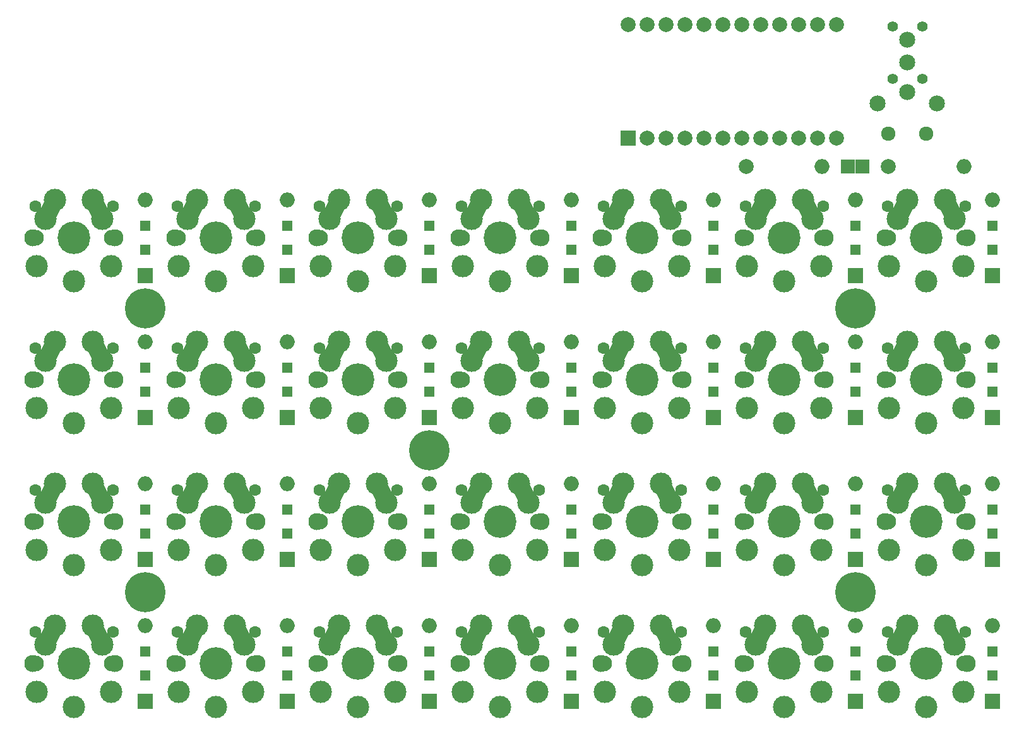
<source format=gbs>
G04 #@! TF.FileFunction,Soldermask,Bot*
%FSLAX46Y46*%
G04 Gerber Fmt 4.6, Leading zero omitted, Abs format (unit mm)*
G04 Created by KiCad (PCBNEW 4.0.7-e2-6376~58~ubuntu16.04.1) date Mon Dec 11 01:35:20 2017*
%MOMM*%
%LPD*%
G01*
G04 APERTURE LIST*
%ADD10C,0.100000*%
%ADD11R,1.350000X1.350000*%
%ADD12R,2.000000X2.000000*%
%ADD13O,2.000000X2.000000*%
%ADD14C,2.000000*%
%ADD15C,2.300000*%
%ADD16C,1.600000*%
%ADD17C,3.000000*%
%ADD18C,2.400000*%
%ADD19C,4.387800*%
%ADD20C,2.101800*%
%ADD21C,1.924000*%
%ADD22C,5.400000*%
%ADD23R,1.924000X1.924000*%
%ADD24C,1.390600*%
%ADD25C,2.152600*%
G04 APERTURE END LIST*
D10*
D11*
X93980000Y-72030000D03*
D12*
X93980000Y-78740000D03*
D13*
X93980000Y-68580000D03*
D11*
X93980000Y-75290000D03*
X93980000Y-91080000D03*
D12*
X93980000Y-97790000D03*
D13*
X93980000Y-87630000D03*
D11*
X93980000Y-94340000D03*
X93980000Y-110130000D03*
D12*
X93980000Y-116840000D03*
D13*
X93980000Y-106680000D03*
D11*
X93980000Y-113390000D03*
X93980000Y-129180000D03*
D12*
X93980000Y-135890000D03*
D13*
X93980000Y-125730000D03*
D11*
X93980000Y-132440000D03*
X113030000Y-72030000D03*
D12*
X113030000Y-78740000D03*
D13*
X113030000Y-68580000D03*
D11*
X113030000Y-75290000D03*
X113030000Y-91080000D03*
D12*
X113030000Y-97790000D03*
D13*
X113030000Y-87630000D03*
D11*
X113030000Y-94340000D03*
X113030000Y-110130000D03*
D12*
X113030000Y-116840000D03*
D13*
X113030000Y-106680000D03*
D11*
X113030000Y-113390000D03*
X113030000Y-129180000D03*
D12*
X113030000Y-135890000D03*
D13*
X113030000Y-125730000D03*
D11*
X113030000Y-132440000D03*
X132080000Y-72030000D03*
D12*
X132080000Y-78740000D03*
D13*
X132080000Y-68580000D03*
D11*
X132080000Y-75290000D03*
X132080000Y-91080000D03*
D12*
X132080000Y-97790000D03*
D13*
X132080000Y-87630000D03*
D11*
X132080000Y-94340000D03*
X132080000Y-110130000D03*
D12*
X132080000Y-116840000D03*
D13*
X132080000Y-106680000D03*
D11*
X132080000Y-113390000D03*
X132080000Y-129180000D03*
D12*
X132080000Y-135890000D03*
D13*
X132080000Y-125730000D03*
D11*
X132080000Y-132440000D03*
X151130000Y-72030000D03*
D12*
X151130000Y-78740000D03*
D13*
X151130000Y-68580000D03*
D11*
X151130000Y-75290000D03*
X151130000Y-91080000D03*
D12*
X151130000Y-97790000D03*
D13*
X151130000Y-87630000D03*
D11*
X151130000Y-94340000D03*
X151130000Y-110130000D03*
D12*
X151130000Y-116840000D03*
D13*
X151130000Y-106680000D03*
D11*
X151130000Y-113390000D03*
X151130000Y-129180000D03*
D12*
X151130000Y-135890000D03*
D13*
X151130000Y-125730000D03*
D11*
X151130000Y-132440000D03*
X170180000Y-72030000D03*
D12*
X170180000Y-78740000D03*
D13*
X170180000Y-68580000D03*
D11*
X170180000Y-75290000D03*
X170180000Y-91080000D03*
D12*
X170180000Y-97790000D03*
D13*
X170180000Y-87630000D03*
D11*
X170180000Y-94340000D03*
X170180000Y-110130000D03*
D12*
X170180000Y-116840000D03*
D13*
X170180000Y-106680000D03*
D11*
X170180000Y-113390000D03*
X170180000Y-129180000D03*
D12*
X170180000Y-135890000D03*
D13*
X170180000Y-125730000D03*
D11*
X170180000Y-132440000D03*
X189230000Y-72030000D03*
D12*
X189230000Y-78740000D03*
D13*
X189230000Y-68580000D03*
D11*
X189230000Y-75290000D03*
X189230000Y-91080000D03*
D12*
X189230000Y-97790000D03*
D13*
X189230000Y-87630000D03*
D11*
X189230000Y-94340000D03*
X189230000Y-110130000D03*
D12*
X189230000Y-116840000D03*
D13*
X189230000Y-106680000D03*
D11*
X189230000Y-113390000D03*
X189230000Y-129180000D03*
D12*
X189230000Y-135890000D03*
D13*
X189230000Y-125730000D03*
D11*
X189230000Y-132440000D03*
X207645000Y-72030000D03*
D12*
X207645000Y-78740000D03*
D13*
X207645000Y-68580000D03*
D11*
X207645000Y-75290000D03*
X207645000Y-91080000D03*
D12*
X207645000Y-97790000D03*
D13*
X207645000Y-87630000D03*
D11*
X207645000Y-94340000D03*
X207645000Y-110130000D03*
D12*
X207645000Y-116840000D03*
D13*
X207645000Y-106680000D03*
D11*
X207645000Y-113390000D03*
X207645000Y-129180000D03*
D12*
X207645000Y-135890000D03*
D13*
X207645000Y-125730000D03*
D11*
X207645000Y-132440000D03*
D14*
X174625000Y-64135000D03*
D13*
X184785000Y-64135000D03*
D14*
X193675000Y-64135000D03*
D13*
X203835000Y-64135000D03*
D15*
X78955000Y-73660000D03*
X89955000Y-73660000D03*
D16*
X79235000Y-69460000D03*
X89675000Y-69460000D03*
D17*
X89455000Y-77460000D03*
X79455000Y-77460000D03*
X84455000Y-79560000D03*
D18*
X81718371Y-68951206D02*
X80841629Y-70748794D01*
D17*
X88265000Y-71120000D03*
X86995000Y-68580000D03*
X81915000Y-68580000D03*
D19*
X84455000Y-73660000D03*
D20*
X79375000Y-73660000D03*
X89535000Y-73660000D03*
D17*
X80645000Y-71120000D03*
D18*
X87191629Y-68951206D02*
X88068371Y-70748794D01*
D15*
X78955000Y-92710000D03*
X89955000Y-92710000D03*
D16*
X79235000Y-88510000D03*
X89675000Y-88510000D03*
D17*
X89455000Y-96510000D03*
X79455000Y-96510000D03*
X84455000Y-98610000D03*
D18*
X81718371Y-88001206D02*
X80841629Y-89798794D01*
D17*
X88265000Y-90170000D03*
X86995000Y-87630000D03*
X81915000Y-87630000D03*
D19*
X84455000Y-92710000D03*
D20*
X79375000Y-92710000D03*
X89535000Y-92710000D03*
D17*
X80645000Y-90170000D03*
D18*
X87191629Y-88001206D02*
X88068371Y-89798794D01*
D15*
X78955000Y-111760000D03*
X89955000Y-111760000D03*
D16*
X79235000Y-107560000D03*
X89675000Y-107560000D03*
D17*
X89455000Y-115560000D03*
X79455000Y-115560000D03*
X84455000Y-117660000D03*
D18*
X81718371Y-107051206D02*
X80841629Y-108848794D01*
D17*
X88265000Y-109220000D03*
X86995000Y-106680000D03*
X81915000Y-106680000D03*
D19*
X84455000Y-111760000D03*
D20*
X79375000Y-111760000D03*
X89535000Y-111760000D03*
D17*
X80645000Y-109220000D03*
D18*
X87191629Y-107051206D02*
X88068371Y-108848794D01*
D15*
X78955000Y-130810000D03*
X89955000Y-130810000D03*
D16*
X79235000Y-126610000D03*
X89675000Y-126610000D03*
D17*
X89455000Y-134610000D03*
X79455000Y-134610000D03*
X84455000Y-136710000D03*
D18*
X81718371Y-126101206D02*
X80841629Y-127898794D01*
D17*
X88265000Y-128270000D03*
X86995000Y-125730000D03*
X81915000Y-125730000D03*
D19*
X84455000Y-130810000D03*
D20*
X79375000Y-130810000D03*
X89535000Y-130810000D03*
D17*
X80645000Y-128270000D03*
D18*
X87191629Y-126101206D02*
X88068371Y-127898794D01*
D15*
X98005000Y-73660000D03*
X109005000Y-73660000D03*
D16*
X98285000Y-69460000D03*
X108725000Y-69460000D03*
D17*
X108505000Y-77460000D03*
X98505000Y-77460000D03*
X103505000Y-79560000D03*
D18*
X100768371Y-68951206D02*
X99891629Y-70748794D01*
D17*
X107315000Y-71120000D03*
X106045000Y-68580000D03*
X100965000Y-68580000D03*
D19*
X103505000Y-73660000D03*
D20*
X98425000Y-73660000D03*
X108585000Y-73660000D03*
D17*
X99695000Y-71120000D03*
D18*
X106241629Y-68951206D02*
X107118371Y-70748794D01*
D15*
X98005000Y-92710000D03*
X109005000Y-92710000D03*
D16*
X98285000Y-88510000D03*
X108725000Y-88510000D03*
D17*
X108505000Y-96510000D03*
X98505000Y-96510000D03*
X103505000Y-98610000D03*
D18*
X100768371Y-88001206D02*
X99891629Y-89798794D01*
D17*
X107315000Y-90170000D03*
X106045000Y-87630000D03*
X100965000Y-87630000D03*
D19*
X103505000Y-92710000D03*
D20*
X98425000Y-92710000D03*
X108585000Y-92710000D03*
D17*
X99695000Y-90170000D03*
D18*
X106241629Y-88001206D02*
X107118371Y-89798794D01*
D15*
X98005000Y-111760000D03*
X109005000Y-111760000D03*
D16*
X98285000Y-107560000D03*
X108725000Y-107560000D03*
D17*
X108505000Y-115560000D03*
X98505000Y-115560000D03*
X103505000Y-117660000D03*
D18*
X100768371Y-107051206D02*
X99891629Y-108848794D01*
D17*
X107315000Y-109220000D03*
X106045000Y-106680000D03*
X100965000Y-106680000D03*
D19*
X103505000Y-111760000D03*
D20*
X98425000Y-111760000D03*
X108585000Y-111760000D03*
D17*
X99695000Y-109220000D03*
D18*
X106241629Y-107051206D02*
X107118371Y-108848794D01*
D15*
X98005000Y-130810000D03*
X109005000Y-130810000D03*
D16*
X98285000Y-126610000D03*
X108725000Y-126610000D03*
D17*
X108505000Y-134610000D03*
X98505000Y-134610000D03*
X103505000Y-136710000D03*
D18*
X100768371Y-126101206D02*
X99891629Y-127898794D01*
D17*
X107315000Y-128270000D03*
X106045000Y-125730000D03*
X100965000Y-125730000D03*
D19*
X103505000Y-130810000D03*
D20*
X98425000Y-130810000D03*
X108585000Y-130810000D03*
D17*
X99695000Y-128270000D03*
D18*
X106241629Y-126101206D02*
X107118371Y-127898794D01*
D15*
X117055000Y-73660000D03*
X128055000Y-73660000D03*
D16*
X117335000Y-69460000D03*
X127775000Y-69460000D03*
D17*
X127555000Y-77460000D03*
X117555000Y-77460000D03*
X122555000Y-79560000D03*
D18*
X119818371Y-68951206D02*
X118941629Y-70748794D01*
D17*
X126365000Y-71120000D03*
X125095000Y-68580000D03*
X120015000Y-68580000D03*
D19*
X122555000Y-73660000D03*
D20*
X117475000Y-73660000D03*
X127635000Y-73660000D03*
D17*
X118745000Y-71120000D03*
D18*
X125291629Y-68951206D02*
X126168371Y-70748794D01*
D15*
X117055000Y-92710000D03*
X128055000Y-92710000D03*
D16*
X117335000Y-88510000D03*
X127775000Y-88510000D03*
D17*
X127555000Y-96510000D03*
X117555000Y-96510000D03*
X122555000Y-98610000D03*
D18*
X119818371Y-88001206D02*
X118941629Y-89798794D01*
D17*
X126365000Y-90170000D03*
X125095000Y-87630000D03*
X120015000Y-87630000D03*
D19*
X122555000Y-92710000D03*
D20*
X117475000Y-92710000D03*
X127635000Y-92710000D03*
D17*
X118745000Y-90170000D03*
D18*
X125291629Y-88001206D02*
X126168371Y-89798794D01*
D15*
X117055000Y-111760000D03*
X128055000Y-111760000D03*
D16*
X117335000Y-107560000D03*
X127775000Y-107560000D03*
D17*
X127555000Y-115560000D03*
X117555000Y-115560000D03*
X122555000Y-117660000D03*
D18*
X119818371Y-107051206D02*
X118941629Y-108848794D01*
D17*
X126365000Y-109220000D03*
X125095000Y-106680000D03*
X120015000Y-106680000D03*
D19*
X122555000Y-111760000D03*
D20*
X117475000Y-111760000D03*
X127635000Y-111760000D03*
D17*
X118745000Y-109220000D03*
D18*
X125291629Y-107051206D02*
X126168371Y-108848794D01*
D15*
X117055000Y-130810000D03*
X128055000Y-130810000D03*
D16*
X117335000Y-126610000D03*
X127775000Y-126610000D03*
D17*
X127555000Y-134610000D03*
X117555000Y-134610000D03*
X122555000Y-136710000D03*
D18*
X119818371Y-126101206D02*
X118941629Y-127898794D01*
D17*
X126365000Y-128270000D03*
X125095000Y-125730000D03*
X120015000Y-125730000D03*
D19*
X122555000Y-130810000D03*
D20*
X117475000Y-130810000D03*
X127635000Y-130810000D03*
D17*
X118745000Y-128270000D03*
D18*
X125291629Y-126101206D02*
X126168371Y-127898794D01*
D15*
X136105000Y-73660000D03*
X147105000Y-73660000D03*
D16*
X136385000Y-69460000D03*
X146825000Y-69460000D03*
D17*
X146605000Y-77460000D03*
X136605000Y-77460000D03*
X141605000Y-79560000D03*
D18*
X138868371Y-68951206D02*
X137991629Y-70748794D01*
D17*
X145415000Y-71120000D03*
X144145000Y-68580000D03*
X139065000Y-68580000D03*
D19*
X141605000Y-73660000D03*
D20*
X136525000Y-73660000D03*
X146685000Y-73660000D03*
D17*
X137795000Y-71120000D03*
D18*
X144341629Y-68951206D02*
X145218371Y-70748794D01*
D15*
X136105000Y-92710000D03*
X147105000Y-92710000D03*
D16*
X136385000Y-88510000D03*
X146825000Y-88510000D03*
D17*
X146605000Y-96510000D03*
X136605000Y-96510000D03*
X141605000Y-98610000D03*
D18*
X138868371Y-88001206D02*
X137991629Y-89798794D01*
D17*
X145415000Y-90170000D03*
X144145000Y-87630000D03*
X139065000Y-87630000D03*
D19*
X141605000Y-92710000D03*
D20*
X136525000Y-92710000D03*
X146685000Y-92710000D03*
D17*
X137795000Y-90170000D03*
D18*
X144341629Y-88001206D02*
X145218371Y-89798794D01*
D15*
X136105000Y-111760000D03*
X147105000Y-111760000D03*
D16*
X136385000Y-107560000D03*
X146825000Y-107560000D03*
D17*
X146605000Y-115560000D03*
X136605000Y-115560000D03*
X141605000Y-117660000D03*
D18*
X138868371Y-107051206D02*
X137991629Y-108848794D01*
D17*
X145415000Y-109220000D03*
X144145000Y-106680000D03*
X139065000Y-106680000D03*
D19*
X141605000Y-111760000D03*
D20*
X136525000Y-111760000D03*
X146685000Y-111760000D03*
D17*
X137795000Y-109220000D03*
D18*
X144341629Y-107051206D02*
X145218371Y-108848794D01*
D15*
X136105000Y-130810000D03*
X147105000Y-130810000D03*
D16*
X136385000Y-126610000D03*
X146825000Y-126610000D03*
D17*
X146605000Y-134610000D03*
X136605000Y-134610000D03*
X141605000Y-136710000D03*
D18*
X138868371Y-126101206D02*
X137991629Y-127898794D01*
D17*
X145415000Y-128270000D03*
X144145000Y-125730000D03*
X139065000Y-125730000D03*
D19*
X141605000Y-130810000D03*
D20*
X136525000Y-130810000D03*
X146685000Y-130810000D03*
D17*
X137795000Y-128270000D03*
D18*
X144341629Y-126101206D02*
X145218371Y-127898794D01*
D15*
X155155000Y-73660000D03*
X166155000Y-73660000D03*
D16*
X155435000Y-69460000D03*
X165875000Y-69460000D03*
D17*
X165655000Y-77460000D03*
X155655000Y-77460000D03*
X160655000Y-79560000D03*
D18*
X157918371Y-68951206D02*
X157041629Y-70748794D01*
D17*
X164465000Y-71120000D03*
X163195000Y-68580000D03*
X158115000Y-68580000D03*
D19*
X160655000Y-73660000D03*
D20*
X155575000Y-73660000D03*
X165735000Y-73660000D03*
D17*
X156845000Y-71120000D03*
D18*
X163391629Y-68951206D02*
X164268371Y-70748794D01*
D15*
X155155000Y-92710000D03*
X166155000Y-92710000D03*
D16*
X155435000Y-88510000D03*
X165875000Y-88510000D03*
D17*
X165655000Y-96510000D03*
X155655000Y-96510000D03*
X160655000Y-98610000D03*
D18*
X157918371Y-88001206D02*
X157041629Y-89798794D01*
D17*
X164465000Y-90170000D03*
X163195000Y-87630000D03*
X158115000Y-87630000D03*
D19*
X160655000Y-92710000D03*
D20*
X155575000Y-92710000D03*
X165735000Y-92710000D03*
D17*
X156845000Y-90170000D03*
D18*
X163391629Y-88001206D02*
X164268371Y-89798794D01*
D15*
X155155000Y-111760000D03*
X166155000Y-111760000D03*
D16*
X155435000Y-107560000D03*
X165875000Y-107560000D03*
D17*
X165655000Y-115560000D03*
X155655000Y-115560000D03*
X160655000Y-117660000D03*
D18*
X157918371Y-107051206D02*
X157041629Y-108848794D01*
D17*
X164465000Y-109220000D03*
X163195000Y-106680000D03*
X158115000Y-106680000D03*
D19*
X160655000Y-111760000D03*
D20*
X155575000Y-111760000D03*
X165735000Y-111760000D03*
D17*
X156845000Y-109220000D03*
D18*
X163391629Y-107051206D02*
X164268371Y-108848794D01*
D15*
X155155000Y-130810000D03*
X166155000Y-130810000D03*
D16*
X155435000Y-126610000D03*
X165875000Y-126610000D03*
D17*
X165655000Y-134610000D03*
X155655000Y-134610000D03*
X160655000Y-136710000D03*
D18*
X157918371Y-126101206D02*
X157041629Y-127898794D01*
D17*
X164465000Y-128270000D03*
X163195000Y-125730000D03*
X158115000Y-125730000D03*
D19*
X160655000Y-130810000D03*
D20*
X155575000Y-130810000D03*
X165735000Y-130810000D03*
D17*
X156845000Y-128270000D03*
D18*
X163391629Y-126101206D02*
X164268371Y-127898794D01*
D15*
X174205000Y-73660000D03*
X185205000Y-73660000D03*
D16*
X174485000Y-69460000D03*
X184925000Y-69460000D03*
D17*
X184705000Y-77460000D03*
X174705000Y-77460000D03*
X179705000Y-79560000D03*
D18*
X176968371Y-68951206D02*
X176091629Y-70748794D01*
D17*
X183515000Y-71120000D03*
X182245000Y-68580000D03*
X177165000Y-68580000D03*
D19*
X179705000Y-73660000D03*
D20*
X174625000Y-73660000D03*
X184785000Y-73660000D03*
D17*
X175895000Y-71120000D03*
D18*
X182441629Y-68951206D02*
X183318371Y-70748794D01*
D15*
X174205000Y-92710000D03*
X185205000Y-92710000D03*
D16*
X174485000Y-88510000D03*
X184925000Y-88510000D03*
D17*
X184705000Y-96510000D03*
X174705000Y-96510000D03*
X179705000Y-98610000D03*
D18*
X176968371Y-88001206D02*
X176091629Y-89798794D01*
D17*
X183515000Y-90170000D03*
X182245000Y-87630000D03*
X177165000Y-87630000D03*
D19*
X179705000Y-92710000D03*
D20*
X174625000Y-92710000D03*
X184785000Y-92710000D03*
D17*
X175895000Y-90170000D03*
D18*
X182441629Y-88001206D02*
X183318371Y-89798794D01*
D15*
X174205000Y-111760000D03*
X185205000Y-111760000D03*
D16*
X174485000Y-107560000D03*
X184925000Y-107560000D03*
D17*
X184705000Y-115560000D03*
X174705000Y-115560000D03*
X179705000Y-117660000D03*
D18*
X176968371Y-107051206D02*
X176091629Y-108848794D01*
D17*
X183515000Y-109220000D03*
X182245000Y-106680000D03*
X177165000Y-106680000D03*
D19*
X179705000Y-111760000D03*
D20*
X174625000Y-111760000D03*
X184785000Y-111760000D03*
D17*
X175895000Y-109220000D03*
D18*
X182441629Y-107051206D02*
X183318371Y-108848794D01*
D15*
X174205000Y-130810000D03*
X185205000Y-130810000D03*
D16*
X174485000Y-126610000D03*
X184925000Y-126610000D03*
D17*
X184705000Y-134610000D03*
X174705000Y-134610000D03*
X179705000Y-136710000D03*
D18*
X176968371Y-126101206D02*
X176091629Y-127898794D01*
D17*
X183515000Y-128270000D03*
X182245000Y-125730000D03*
X177165000Y-125730000D03*
D19*
X179705000Y-130810000D03*
D20*
X174625000Y-130810000D03*
X184785000Y-130810000D03*
D17*
X175895000Y-128270000D03*
D18*
X182441629Y-126101206D02*
X183318371Y-127898794D01*
D15*
X193255000Y-73660000D03*
X204255000Y-73660000D03*
D16*
X193535000Y-69460000D03*
X203975000Y-69460000D03*
D17*
X203755000Y-77460000D03*
X193755000Y-77460000D03*
X198755000Y-79560000D03*
D18*
X196018371Y-68951206D02*
X195141629Y-70748794D01*
D17*
X202565000Y-71120000D03*
X201295000Y-68580000D03*
X196215000Y-68580000D03*
D19*
X198755000Y-73660000D03*
D20*
X193675000Y-73660000D03*
X203835000Y-73660000D03*
D17*
X194945000Y-71120000D03*
D18*
X201491629Y-68951206D02*
X202368371Y-70748794D01*
D15*
X193255000Y-92710000D03*
X204255000Y-92710000D03*
D16*
X193535000Y-88510000D03*
X203975000Y-88510000D03*
D17*
X203755000Y-96510000D03*
X193755000Y-96510000D03*
X198755000Y-98610000D03*
D18*
X196018371Y-88001206D02*
X195141629Y-89798794D01*
D17*
X202565000Y-90170000D03*
X201295000Y-87630000D03*
X196215000Y-87630000D03*
D19*
X198755000Y-92710000D03*
D20*
X193675000Y-92710000D03*
X203835000Y-92710000D03*
D17*
X194945000Y-90170000D03*
D18*
X201491629Y-88001206D02*
X202368371Y-89798794D01*
D15*
X193255000Y-111760000D03*
X204255000Y-111760000D03*
D16*
X193535000Y-107560000D03*
X203975000Y-107560000D03*
D17*
X203755000Y-115560000D03*
X193755000Y-115560000D03*
X198755000Y-117660000D03*
D18*
X196018371Y-107051206D02*
X195141629Y-108848794D01*
D17*
X202565000Y-109220000D03*
X201295000Y-106680000D03*
X196215000Y-106680000D03*
D19*
X198755000Y-111760000D03*
D20*
X193675000Y-111760000D03*
X203835000Y-111760000D03*
D17*
X194945000Y-109220000D03*
D18*
X201491629Y-107051206D02*
X202368371Y-108848794D01*
D15*
X193255000Y-130810000D03*
X204255000Y-130810000D03*
D16*
X193535000Y-126610000D03*
X203975000Y-126610000D03*
D17*
X203755000Y-134610000D03*
X193755000Y-134610000D03*
X198755000Y-136710000D03*
D18*
X196018371Y-126101206D02*
X195141629Y-127898794D01*
D17*
X202565000Y-128270000D03*
X201295000Y-125730000D03*
X196215000Y-125730000D03*
D19*
X198755000Y-130810000D03*
D20*
X193675000Y-130810000D03*
X203835000Y-130810000D03*
D17*
X194945000Y-128270000D03*
D18*
X201491629Y-126101206D02*
X202368371Y-127898794D01*
D21*
X193675000Y-59690000D03*
X198755000Y-59690000D03*
D22*
X132080000Y-102235000D03*
X189230000Y-83185000D03*
D12*
X158750000Y-60325000D03*
D14*
X161290000Y-60325000D03*
X163830000Y-60325000D03*
X166370000Y-60325000D03*
X168910000Y-60325000D03*
X171450000Y-60325000D03*
X173990000Y-60325000D03*
X176530000Y-60325000D03*
X179070000Y-60325000D03*
X181610000Y-60325000D03*
X184150000Y-60325000D03*
X186690000Y-60325000D03*
X186690000Y-45085000D03*
X184150000Y-45085000D03*
X181610000Y-45085000D03*
X179070000Y-45085000D03*
X176530000Y-45085000D03*
X173990000Y-45085000D03*
X171450000Y-45085000D03*
X168910000Y-45085000D03*
X166370000Y-45085000D03*
X163830000Y-45085000D03*
X161290000Y-45085000D03*
X158750000Y-45085000D03*
D22*
X189230000Y-121285000D03*
X93980000Y-83185000D03*
X93980000Y-121285000D03*
D23*
X188230000Y-64135000D03*
X190230000Y-64135000D03*
D24*
X198215000Y-45315000D03*
X194215000Y-45315000D03*
D25*
X196215000Y-50115000D03*
X192215000Y-55615000D03*
X196215000Y-54115000D03*
X200215000Y-55615000D03*
X196215000Y-47115000D03*
D24*
X194215000Y-52315000D03*
X198215000Y-52315000D03*
M02*

</source>
